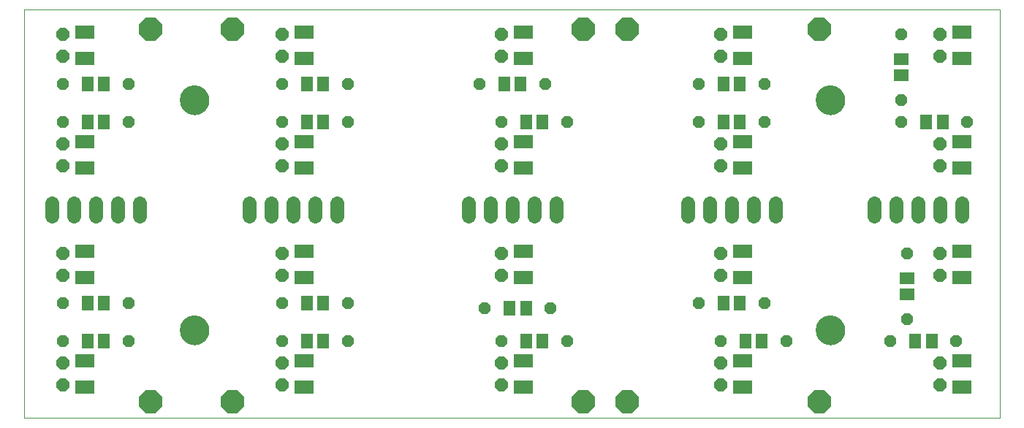
<source format=gbs>
G75*
%MOIN*%
%OFA0B0*%
%FSLAX25Y25*%
%IPPOS*%
%LPD*%
%AMOC8*
5,1,8,0,0,1.08239X$1,22.5*
%
%ADD10C,0.00000*%
%ADD11R,0.05518X0.06699*%
%ADD12C,0.13400*%
%ADD13OC8,0.05943*%
%ADD14OC8,0.05600*%
%ADD15R,0.06699X0.05518*%
%ADD16R,0.09061X0.06306*%
%ADD17C,0.06400*%
%ADD18OC8,0.10400*%
D10*
X0001800Y0001800D02*
X0001800Y0188001D01*
X0446721Y0188001D01*
X0446721Y0001800D01*
X0001800Y0001800D01*
X0072800Y0041800D02*
X0072802Y0041961D01*
X0072808Y0042121D01*
X0072818Y0042282D01*
X0072832Y0042442D01*
X0072850Y0042602D01*
X0072871Y0042761D01*
X0072897Y0042920D01*
X0072927Y0043078D01*
X0072960Y0043235D01*
X0072998Y0043392D01*
X0073039Y0043547D01*
X0073084Y0043701D01*
X0073133Y0043854D01*
X0073186Y0044006D01*
X0073242Y0044157D01*
X0073303Y0044306D01*
X0073366Y0044454D01*
X0073434Y0044600D01*
X0073505Y0044744D01*
X0073579Y0044886D01*
X0073657Y0045027D01*
X0073739Y0045165D01*
X0073824Y0045302D01*
X0073912Y0045436D01*
X0074004Y0045568D01*
X0074099Y0045698D01*
X0074197Y0045826D01*
X0074298Y0045951D01*
X0074402Y0046073D01*
X0074509Y0046193D01*
X0074619Y0046310D01*
X0074732Y0046425D01*
X0074848Y0046536D01*
X0074967Y0046645D01*
X0075088Y0046750D01*
X0075212Y0046853D01*
X0075338Y0046953D01*
X0075466Y0047049D01*
X0075597Y0047142D01*
X0075731Y0047232D01*
X0075866Y0047319D01*
X0076004Y0047402D01*
X0076143Y0047482D01*
X0076285Y0047558D01*
X0076428Y0047631D01*
X0076573Y0047700D01*
X0076720Y0047766D01*
X0076868Y0047828D01*
X0077018Y0047886D01*
X0077169Y0047941D01*
X0077322Y0047992D01*
X0077476Y0048039D01*
X0077631Y0048082D01*
X0077787Y0048121D01*
X0077943Y0048157D01*
X0078101Y0048188D01*
X0078259Y0048216D01*
X0078418Y0048240D01*
X0078578Y0048260D01*
X0078738Y0048276D01*
X0078898Y0048288D01*
X0079059Y0048296D01*
X0079220Y0048300D01*
X0079380Y0048300D01*
X0079541Y0048296D01*
X0079702Y0048288D01*
X0079862Y0048276D01*
X0080022Y0048260D01*
X0080182Y0048240D01*
X0080341Y0048216D01*
X0080499Y0048188D01*
X0080657Y0048157D01*
X0080813Y0048121D01*
X0080969Y0048082D01*
X0081124Y0048039D01*
X0081278Y0047992D01*
X0081431Y0047941D01*
X0081582Y0047886D01*
X0081732Y0047828D01*
X0081880Y0047766D01*
X0082027Y0047700D01*
X0082172Y0047631D01*
X0082315Y0047558D01*
X0082457Y0047482D01*
X0082596Y0047402D01*
X0082734Y0047319D01*
X0082869Y0047232D01*
X0083003Y0047142D01*
X0083134Y0047049D01*
X0083262Y0046953D01*
X0083388Y0046853D01*
X0083512Y0046750D01*
X0083633Y0046645D01*
X0083752Y0046536D01*
X0083868Y0046425D01*
X0083981Y0046310D01*
X0084091Y0046193D01*
X0084198Y0046073D01*
X0084302Y0045951D01*
X0084403Y0045826D01*
X0084501Y0045698D01*
X0084596Y0045568D01*
X0084688Y0045436D01*
X0084776Y0045302D01*
X0084861Y0045165D01*
X0084943Y0045027D01*
X0085021Y0044886D01*
X0085095Y0044744D01*
X0085166Y0044600D01*
X0085234Y0044454D01*
X0085297Y0044306D01*
X0085358Y0044157D01*
X0085414Y0044006D01*
X0085467Y0043854D01*
X0085516Y0043701D01*
X0085561Y0043547D01*
X0085602Y0043392D01*
X0085640Y0043235D01*
X0085673Y0043078D01*
X0085703Y0042920D01*
X0085729Y0042761D01*
X0085750Y0042602D01*
X0085768Y0042442D01*
X0085782Y0042282D01*
X0085792Y0042121D01*
X0085798Y0041961D01*
X0085800Y0041800D01*
X0085798Y0041639D01*
X0085792Y0041479D01*
X0085782Y0041318D01*
X0085768Y0041158D01*
X0085750Y0040998D01*
X0085729Y0040839D01*
X0085703Y0040680D01*
X0085673Y0040522D01*
X0085640Y0040365D01*
X0085602Y0040208D01*
X0085561Y0040053D01*
X0085516Y0039899D01*
X0085467Y0039746D01*
X0085414Y0039594D01*
X0085358Y0039443D01*
X0085297Y0039294D01*
X0085234Y0039146D01*
X0085166Y0039000D01*
X0085095Y0038856D01*
X0085021Y0038714D01*
X0084943Y0038573D01*
X0084861Y0038435D01*
X0084776Y0038298D01*
X0084688Y0038164D01*
X0084596Y0038032D01*
X0084501Y0037902D01*
X0084403Y0037774D01*
X0084302Y0037649D01*
X0084198Y0037527D01*
X0084091Y0037407D01*
X0083981Y0037290D01*
X0083868Y0037175D01*
X0083752Y0037064D01*
X0083633Y0036955D01*
X0083512Y0036850D01*
X0083388Y0036747D01*
X0083262Y0036647D01*
X0083134Y0036551D01*
X0083003Y0036458D01*
X0082869Y0036368D01*
X0082734Y0036281D01*
X0082596Y0036198D01*
X0082457Y0036118D01*
X0082315Y0036042D01*
X0082172Y0035969D01*
X0082027Y0035900D01*
X0081880Y0035834D01*
X0081732Y0035772D01*
X0081582Y0035714D01*
X0081431Y0035659D01*
X0081278Y0035608D01*
X0081124Y0035561D01*
X0080969Y0035518D01*
X0080813Y0035479D01*
X0080657Y0035443D01*
X0080499Y0035412D01*
X0080341Y0035384D01*
X0080182Y0035360D01*
X0080022Y0035340D01*
X0079862Y0035324D01*
X0079702Y0035312D01*
X0079541Y0035304D01*
X0079380Y0035300D01*
X0079220Y0035300D01*
X0079059Y0035304D01*
X0078898Y0035312D01*
X0078738Y0035324D01*
X0078578Y0035340D01*
X0078418Y0035360D01*
X0078259Y0035384D01*
X0078101Y0035412D01*
X0077943Y0035443D01*
X0077787Y0035479D01*
X0077631Y0035518D01*
X0077476Y0035561D01*
X0077322Y0035608D01*
X0077169Y0035659D01*
X0077018Y0035714D01*
X0076868Y0035772D01*
X0076720Y0035834D01*
X0076573Y0035900D01*
X0076428Y0035969D01*
X0076285Y0036042D01*
X0076143Y0036118D01*
X0076004Y0036198D01*
X0075866Y0036281D01*
X0075731Y0036368D01*
X0075597Y0036458D01*
X0075466Y0036551D01*
X0075338Y0036647D01*
X0075212Y0036747D01*
X0075088Y0036850D01*
X0074967Y0036955D01*
X0074848Y0037064D01*
X0074732Y0037175D01*
X0074619Y0037290D01*
X0074509Y0037407D01*
X0074402Y0037527D01*
X0074298Y0037649D01*
X0074197Y0037774D01*
X0074099Y0037902D01*
X0074004Y0038032D01*
X0073912Y0038164D01*
X0073824Y0038298D01*
X0073739Y0038435D01*
X0073657Y0038573D01*
X0073579Y0038714D01*
X0073505Y0038856D01*
X0073434Y0039000D01*
X0073366Y0039146D01*
X0073303Y0039294D01*
X0073242Y0039443D01*
X0073186Y0039594D01*
X0073133Y0039746D01*
X0073084Y0039899D01*
X0073039Y0040053D01*
X0072998Y0040208D01*
X0072960Y0040365D01*
X0072927Y0040522D01*
X0072897Y0040680D01*
X0072871Y0040839D01*
X0072850Y0040998D01*
X0072832Y0041158D01*
X0072818Y0041318D01*
X0072808Y0041479D01*
X0072802Y0041639D01*
X0072800Y0041800D01*
X0072800Y0146800D02*
X0072802Y0146961D01*
X0072808Y0147121D01*
X0072818Y0147282D01*
X0072832Y0147442D01*
X0072850Y0147602D01*
X0072871Y0147761D01*
X0072897Y0147920D01*
X0072927Y0148078D01*
X0072960Y0148235D01*
X0072998Y0148392D01*
X0073039Y0148547D01*
X0073084Y0148701D01*
X0073133Y0148854D01*
X0073186Y0149006D01*
X0073242Y0149157D01*
X0073303Y0149306D01*
X0073366Y0149454D01*
X0073434Y0149600D01*
X0073505Y0149744D01*
X0073579Y0149886D01*
X0073657Y0150027D01*
X0073739Y0150165D01*
X0073824Y0150302D01*
X0073912Y0150436D01*
X0074004Y0150568D01*
X0074099Y0150698D01*
X0074197Y0150826D01*
X0074298Y0150951D01*
X0074402Y0151073D01*
X0074509Y0151193D01*
X0074619Y0151310D01*
X0074732Y0151425D01*
X0074848Y0151536D01*
X0074967Y0151645D01*
X0075088Y0151750D01*
X0075212Y0151853D01*
X0075338Y0151953D01*
X0075466Y0152049D01*
X0075597Y0152142D01*
X0075731Y0152232D01*
X0075866Y0152319D01*
X0076004Y0152402D01*
X0076143Y0152482D01*
X0076285Y0152558D01*
X0076428Y0152631D01*
X0076573Y0152700D01*
X0076720Y0152766D01*
X0076868Y0152828D01*
X0077018Y0152886D01*
X0077169Y0152941D01*
X0077322Y0152992D01*
X0077476Y0153039D01*
X0077631Y0153082D01*
X0077787Y0153121D01*
X0077943Y0153157D01*
X0078101Y0153188D01*
X0078259Y0153216D01*
X0078418Y0153240D01*
X0078578Y0153260D01*
X0078738Y0153276D01*
X0078898Y0153288D01*
X0079059Y0153296D01*
X0079220Y0153300D01*
X0079380Y0153300D01*
X0079541Y0153296D01*
X0079702Y0153288D01*
X0079862Y0153276D01*
X0080022Y0153260D01*
X0080182Y0153240D01*
X0080341Y0153216D01*
X0080499Y0153188D01*
X0080657Y0153157D01*
X0080813Y0153121D01*
X0080969Y0153082D01*
X0081124Y0153039D01*
X0081278Y0152992D01*
X0081431Y0152941D01*
X0081582Y0152886D01*
X0081732Y0152828D01*
X0081880Y0152766D01*
X0082027Y0152700D01*
X0082172Y0152631D01*
X0082315Y0152558D01*
X0082457Y0152482D01*
X0082596Y0152402D01*
X0082734Y0152319D01*
X0082869Y0152232D01*
X0083003Y0152142D01*
X0083134Y0152049D01*
X0083262Y0151953D01*
X0083388Y0151853D01*
X0083512Y0151750D01*
X0083633Y0151645D01*
X0083752Y0151536D01*
X0083868Y0151425D01*
X0083981Y0151310D01*
X0084091Y0151193D01*
X0084198Y0151073D01*
X0084302Y0150951D01*
X0084403Y0150826D01*
X0084501Y0150698D01*
X0084596Y0150568D01*
X0084688Y0150436D01*
X0084776Y0150302D01*
X0084861Y0150165D01*
X0084943Y0150027D01*
X0085021Y0149886D01*
X0085095Y0149744D01*
X0085166Y0149600D01*
X0085234Y0149454D01*
X0085297Y0149306D01*
X0085358Y0149157D01*
X0085414Y0149006D01*
X0085467Y0148854D01*
X0085516Y0148701D01*
X0085561Y0148547D01*
X0085602Y0148392D01*
X0085640Y0148235D01*
X0085673Y0148078D01*
X0085703Y0147920D01*
X0085729Y0147761D01*
X0085750Y0147602D01*
X0085768Y0147442D01*
X0085782Y0147282D01*
X0085792Y0147121D01*
X0085798Y0146961D01*
X0085800Y0146800D01*
X0085798Y0146639D01*
X0085792Y0146479D01*
X0085782Y0146318D01*
X0085768Y0146158D01*
X0085750Y0145998D01*
X0085729Y0145839D01*
X0085703Y0145680D01*
X0085673Y0145522D01*
X0085640Y0145365D01*
X0085602Y0145208D01*
X0085561Y0145053D01*
X0085516Y0144899D01*
X0085467Y0144746D01*
X0085414Y0144594D01*
X0085358Y0144443D01*
X0085297Y0144294D01*
X0085234Y0144146D01*
X0085166Y0144000D01*
X0085095Y0143856D01*
X0085021Y0143714D01*
X0084943Y0143573D01*
X0084861Y0143435D01*
X0084776Y0143298D01*
X0084688Y0143164D01*
X0084596Y0143032D01*
X0084501Y0142902D01*
X0084403Y0142774D01*
X0084302Y0142649D01*
X0084198Y0142527D01*
X0084091Y0142407D01*
X0083981Y0142290D01*
X0083868Y0142175D01*
X0083752Y0142064D01*
X0083633Y0141955D01*
X0083512Y0141850D01*
X0083388Y0141747D01*
X0083262Y0141647D01*
X0083134Y0141551D01*
X0083003Y0141458D01*
X0082869Y0141368D01*
X0082734Y0141281D01*
X0082596Y0141198D01*
X0082457Y0141118D01*
X0082315Y0141042D01*
X0082172Y0140969D01*
X0082027Y0140900D01*
X0081880Y0140834D01*
X0081732Y0140772D01*
X0081582Y0140714D01*
X0081431Y0140659D01*
X0081278Y0140608D01*
X0081124Y0140561D01*
X0080969Y0140518D01*
X0080813Y0140479D01*
X0080657Y0140443D01*
X0080499Y0140412D01*
X0080341Y0140384D01*
X0080182Y0140360D01*
X0080022Y0140340D01*
X0079862Y0140324D01*
X0079702Y0140312D01*
X0079541Y0140304D01*
X0079380Y0140300D01*
X0079220Y0140300D01*
X0079059Y0140304D01*
X0078898Y0140312D01*
X0078738Y0140324D01*
X0078578Y0140340D01*
X0078418Y0140360D01*
X0078259Y0140384D01*
X0078101Y0140412D01*
X0077943Y0140443D01*
X0077787Y0140479D01*
X0077631Y0140518D01*
X0077476Y0140561D01*
X0077322Y0140608D01*
X0077169Y0140659D01*
X0077018Y0140714D01*
X0076868Y0140772D01*
X0076720Y0140834D01*
X0076573Y0140900D01*
X0076428Y0140969D01*
X0076285Y0141042D01*
X0076143Y0141118D01*
X0076004Y0141198D01*
X0075866Y0141281D01*
X0075731Y0141368D01*
X0075597Y0141458D01*
X0075466Y0141551D01*
X0075338Y0141647D01*
X0075212Y0141747D01*
X0075088Y0141850D01*
X0074967Y0141955D01*
X0074848Y0142064D01*
X0074732Y0142175D01*
X0074619Y0142290D01*
X0074509Y0142407D01*
X0074402Y0142527D01*
X0074298Y0142649D01*
X0074197Y0142774D01*
X0074099Y0142902D01*
X0074004Y0143032D01*
X0073912Y0143164D01*
X0073824Y0143298D01*
X0073739Y0143435D01*
X0073657Y0143573D01*
X0073579Y0143714D01*
X0073505Y0143856D01*
X0073434Y0144000D01*
X0073366Y0144146D01*
X0073303Y0144294D01*
X0073242Y0144443D01*
X0073186Y0144594D01*
X0073133Y0144746D01*
X0073084Y0144899D01*
X0073039Y0145053D01*
X0072998Y0145208D01*
X0072960Y0145365D01*
X0072927Y0145522D01*
X0072897Y0145680D01*
X0072871Y0145839D01*
X0072850Y0145998D01*
X0072832Y0146158D01*
X0072818Y0146318D01*
X0072808Y0146479D01*
X0072802Y0146639D01*
X0072800Y0146800D01*
X0362800Y0146800D02*
X0362802Y0146961D01*
X0362808Y0147121D01*
X0362818Y0147282D01*
X0362832Y0147442D01*
X0362850Y0147602D01*
X0362871Y0147761D01*
X0362897Y0147920D01*
X0362927Y0148078D01*
X0362960Y0148235D01*
X0362998Y0148392D01*
X0363039Y0148547D01*
X0363084Y0148701D01*
X0363133Y0148854D01*
X0363186Y0149006D01*
X0363242Y0149157D01*
X0363303Y0149306D01*
X0363366Y0149454D01*
X0363434Y0149600D01*
X0363505Y0149744D01*
X0363579Y0149886D01*
X0363657Y0150027D01*
X0363739Y0150165D01*
X0363824Y0150302D01*
X0363912Y0150436D01*
X0364004Y0150568D01*
X0364099Y0150698D01*
X0364197Y0150826D01*
X0364298Y0150951D01*
X0364402Y0151073D01*
X0364509Y0151193D01*
X0364619Y0151310D01*
X0364732Y0151425D01*
X0364848Y0151536D01*
X0364967Y0151645D01*
X0365088Y0151750D01*
X0365212Y0151853D01*
X0365338Y0151953D01*
X0365466Y0152049D01*
X0365597Y0152142D01*
X0365731Y0152232D01*
X0365866Y0152319D01*
X0366004Y0152402D01*
X0366143Y0152482D01*
X0366285Y0152558D01*
X0366428Y0152631D01*
X0366573Y0152700D01*
X0366720Y0152766D01*
X0366868Y0152828D01*
X0367018Y0152886D01*
X0367169Y0152941D01*
X0367322Y0152992D01*
X0367476Y0153039D01*
X0367631Y0153082D01*
X0367787Y0153121D01*
X0367943Y0153157D01*
X0368101Y0153188D01*
X0368259Y0153216D01*
X0368418Y0153240D01*
X0368578Y0153260D01*
X0368738Y0153276D01*
X0368898Y0153288D01*
X0369059Y0153296D01*
X0369220Y0153300D01*
X0369380Y0153300D01*
X0369541Y0153296D01*
X0369702Y0153288D01*
X0369862Y0153276D01*
X0370022Y0153260D01*
X0370182Y0153240D01*
X0370341Y0153216D01*
X0370499Y0153188D01*
X0370657Y0153157D01*
X0370813Y0153121D01*
X0370969Y0153082D01*
X0371124Y0153039D01*
X0371278Y0152992D01*
X0371431Y0152941D01*
X0371582Y0152886D01*
X0371732Y0152828D01*
X0371880Y0152766D01*
X0372027Y0152700D01*
X0372172Y0152631D01*
X0372315Y0152558D01*
X0372457Y0152482D01*
X0372596Y0152402D01*
X0372734Y0152319D01*
X0372869Y0152232D01*
X0373003Y0152142D01*
X0373134Y0152049D01*
X0373262Y0151953D01*
X0373388Y0151853D01*
X0373512Y0151750D01*
X0373633Y0151645D01*
X0373752Y0151536D01*
X0373868Y0151425D01*
X0373981Y0151310D01*
X0374091Y0151193D01*
X0374198Y0151073D01*
X0374302Y0150951D01*
X0374403Y0150826D01*
X0374501Y0150698D01*
X0374596Y0150568D01*
X0374688Y0150436D01*
X0374776Y0150302D01*
X0374861Y0150165D01*
X0374943Y0150027D01*
X0375021Y0149886D01*
X0375095Y0149744D01*
X0375166Y0149600D01*
X0375234Y0149454D01*
X0375297Y0149306D01*
X0375358Y0149157D01*
X0375414Y0149006D01*
X0375467Y0148854D01*
X0375516Y0148701D01*
X0375561Y0148547D01*
X0375602Y0148392D01*
X0375640Y0148235D01*
X0375673Y0148078D01*
X0375703Y0147920D01*
X0375729Y0147761D01*
X0375750Y0147602D01*
X0375768Y0147442D01*
X0375782Y0147282D01*
X0375792Y0147121D01*
X0375798Y0146961D01*
X0375800Y0146800D01*
X0375798Y0146639D01*
X0375792Y0146479D01*
X0375782Y0146318D01*
X0375768Y0146158D01*
X0375750Y0145998D01*
X0375729Y0145839D01*
X0375703Y0145680D01*
X0375673Y0145522D01*
X0375640Y0145365D01*
X0375602Y0145208D01*
X0375561Y0145053D01*
X0375516Y0144899D01*
X0375467Y0144746D01*
X0375414Y0144594D01*
X0375358Y0144443D01*
X0375297Y0144294D01*
X0375234Y0144146D01*
X0375166Y0144000D01*
X0375095Y0143856D01*
X0375021Y0143714D01*
X0374943Y0143573D01*
X0374861Y0143435D01*
X0374776Y0143298D01*
X0374688Y0143164D01*
X0374596Y0143032D01*
X0374501Y0142902D01*
X0374403Y0142774D01*
X0374302Y0142649D01*
X0374198Y0142527D01*
X0374091Y0142407D01*
X0373981Y0142290D01*
X0373868Y0142175D01*
X0373752Y0142064D01*
X0373633Y0141955D01*
X0373512Y0141850D01*
X0373388Y0141747D01*
X0373262Y0141647D01*
X0373134Y0141551D01*
X0373003Y0141458D01*
X0372869Y0141368D01*
X0372734Y0141281D01*
X0372596Y0141198D01*
X0372457Y0141118D01*
X0372315Y0141042D01*
X0372172Y0140969D01*
X0372027Y0140900D01*
X0371880Y0140834D01*
X0371732Y0140772D01*
X0371582Y0140714D01*
X0371431Y0140659D01*
X0371278Y0140608D01*
X0371124Y0140561D01*
X0370969Y0140518D01*
X0370813Y0140479D01*
X0370657Y0140443D01*
X0370499Y0140412D01*
X0370341Y0140384D01*
X0370182Y0140360D01*
X0370022Y0140340D01*
X0369862Y0140324D01*
X0369702Y0140312D01*
X0369541Y0140304D01*
X0369380Y0140300D01*
X0369220Y0140300D01*
X0369059Y0140304D01*
X0368898Y0140312D01*
X0368738Y0140324D01*
X0368578Y0140340D01*
X0368418Y0140360D01*
X0368259Y0140384D01*
X0368101Y0140412D01*
X0367943Y0140443D01*
X0367787Y0140479D01*
X0367631Y0140518D01*
X0367476Y0140561D01*
X0367322Y0140608D01*
X0367169Y0140659D01*
X0367018Y0140714D01*
X0366868Y0140772D01*
X0366720Y0140834D01*
X0366573Y0140900D01*
X0366428Y0140969D01*
X0366285Y0141042D01*
X0366143Y0141118D01*
X0366004Y0141198D01*
X0365866Y0141281D01*
X0365731Y0141368D01*
X0365597Y0141458D01*
X0365466Y0141551D01*
X0365338Y0141647D01*
X0365212Y0141747D01*
X0365088Y0141850D01*
X0364967Y0141955D01*
X0364848Y0142064D01*
X0364732Y0142175D01*
X0364619Y0142290D01*
X0364509Y0142407D01*
X0364402Y0142527D01*
X0364298Y0142649D01*
X0364197Y0142774D01*
X0364099Y0142902D01*
X0364004Y0143032D01*
X0363912Y0143164D01*
X0363824Y0143298D01*
X0363739Y0143435D01*
X0363657Y0143573D01*
X0363579Y0143714D01*
X0363505Y0143856D01*
X0363434Y0144000D01*
X0363366Y0144146D01*
X0363303Y0144294D01*
X0363242Y0144443D01*
X0363186Y0144594D01*
X0363133Y0144746D01*
X0363084Y0144899D01*
X0363039Y0145053D01*
X0362998Y0145208D01*
X0362960Y0145365D01*
X0362927Y0145522D01*
X0362897Y0145680D01*
X0362871Y0145839D01*
X0362850Y0145998D01*
X0362832Y0146158D01*
X0362818Y0146318D01*
X0362808Y0146479D01*
X0362802Y0146639D01*
X0362800Y0146800D01*
X0362800Y0041800D02*
X0362802Y0041961D01*
X0362808Y0042121D01*
X0362818Y0042282D01*
X0362832Y0042442D01*
X0362850Y0042602D01*
X0362871Y0042761D01*
X0362897Y0042920D01*
X0362927Y0043078D01*
X0362960Y0043235D01*
X0362998Y0043392D01*
X0363039Y0043547D01*
X0363084Y0043701D01*
X0363133Y0043854D01*
X0363186Y0044006D01*
X0363242Y0044157D01*
X0363303Y0044306D01*
X0363366Y0044454D01*
X0363434Y0044600D01*
X0363505Y0044744D01*
X0363579Y0044886D01*
X0363657Y0045027D01*
X0363739Y0045165D01*
X0363824Y0045302D01*
X0363912Y0045436D01*
X0364004Y0045568D01*
X0364099Y0045698D01*
X0364197Y0045826D01*
X0364298Y0045951D01*
X0364402Y0046073D01*
X0364509Y0046193D01*
X0364619Y0046310D01*
X0364732Y0046425D01*
X0364848Y0046536D01*
X0364967Y0046645D01*
X0365088Y0046750D01*
X0365212Y0046853D01*
X0365338Y0046953D01*
X0365466Y0047049D01*
X0365597Y0047142D01*
X0365731Y0047232D01*
X0365866Y0047319D01*
X0366004Y0047402D01*
X0366143Y0047482D01*
X0366285Y0047558D01*
X0366428Y0047631D01*
X0366573Y0047700D01*
X0366720Y0047766D01*
X0366868Y0047828D01*
X0367018Y0047886D01*
X0367169Y0047941D01*
X0367322Y0047992D01*
X0367476Y0048039D01*
X0367631Y0048082D01*
X0367787Y0048121D01*
X0367943Y0048157D01*
X0368101Y0048188D01*
X0368259Y0048216D01*
X0368418Y0048240D01*
X0368578Y0048260D01*
X0368738Y0048276D01*
X0368898Y0048288D01*
X0369059Y0048296D01*
X0369220Y0048300D01*
X0369380Y0048300D01*
X0369541Y0048296D01*
X0369702Y0048288D01*
X0369862Y0048276D01*
X0370022Y0048260D01*
X0370182Y0048240D01*
X0370341Y0048216D01*
X0370499Y0048188D01*
X0370657Y0048157D01*
X0370813Y0048121D01*
X0370969Y0048082D01*
X0371124Y0048039D01*
X0371278Y0047992D01*
X0371431Y0047941D01*
X0371582Y0047886D01*
X0371732Y0047828D01*
X0371880Y0047766D01*
X0372027Y0047700D01*
X0372172Y0047631D01*
X0372315Y0047558D01*
X0372457Y0047482D01*
X0372596Y0047402D01*
X0372734Y0047319D01*
X0372869Y0047232D01*
X0373003Y0047142D01*
X0373134Y0047049D01*
X0373262Y0046953D01*
X0373388Y0046853D01*
X0373512Y0046750D01*
X0373633Y0046645D01*
X0373752Y0046536D01*
X0373868Y0046425D01*
X0373981Y0046310D01*
X0374091Y0046193D01*
X0374198Y0046073D01*
X0374302Y0045951D01*
X0374403Y0045826D01*
X0374501Y0045698D01*
X0374596Y0045568D01*
X0374688Y0045436D01*
X0374776Y0045302D01*
X0374861Y0045165D01*
X0374943Y0045027D01*
X0375021Y0044886D01*
X0375095Y0044744D01*
X0375166Y0044600D01*
X0375234Y0044454D01*
X0375297Y0044306D01*
X0375358Y0044157D01*
X0375414Y0044006D01*
X0375467Y0043854D01*
X0375516Y0043701D01*
X0375561Y0043547D01*
X0375602Y0043392D01*
X0375640Y0043235D01*
X0375673Y0043078D01*
X0375703Y0042920D01*
X0375729Y0042761D01*
X0375750Y0042602D01*
X0375768Y0042442D01*
X0375782Y0042282D01*
X0375792Y0042121D01*
X0375798Y0041961D01*
X0375800Y0041800D01*
X0375798Y0041639D01*
X0375792Y0041479D01*
X0375782Y0041318D01*
X0375768Y0041158D01*
X0375750Y0040998D01*
X0375729Y0040839D01*
X0375703Y0040680D01*
X0375673Y0040522D01*
X0375640Y0040365D01*
X0375602Y0040208D01*
X0375561Y0040053D01*
X0375516Y0039899D01*
X0375467Y0039746D01*
X0375414Y0039594D01*
X0375358Y0039443D01*
X0375297Y0039294D01*
X0375234Y0039146D01*
X0375166Y0039000D01*
X0375095Y0038856D01*
X0375021Y0038714D01*
X0374943Y0038573D01*
X0374861Y0038435D01*
X0374776Y0038298D01*
X0374688Y0038164D01*
X0374596Y0038032D01*
X0374501Y0037902D01*
X0374403Y0037774D01*
X0374302Y0037649D01*
X0374198Y0037527D01*
X0374091Y0037407D01*
X0373981Y0037290D01*
X0373868Y0037175D01*
X0373752Y0037064D01*
X0373633Y0036955D01*
X0373512Y0036850D01*
X0373388Y0036747D01*
X0373262Y0036647D01*
X0373134Y0036551D01*
X0373003Y0036458D01*
X0372869Y0036368D01*
X0372734Y0036281D01*
X0372596Y0036198D01*
X0372457Y0036118D01*
X0372315Y0036042D01*
X0372172Y0035969D01*
X0372027Y0035900D01*
X0371880Y0035834D01*
X0371732Y0035772D01*
X0371582Y0035714D01*
X0371431Y0035659D01*
X0371278Y0035608D01*
X0371124Y0035561D01*
X0370969Y0035518D01*
X0370813Y0035479D01*
X0370657Y0035443D01*
X0370499Y0035412D01*
X0370341Y0035384D01*
X0370182Y0035360D01*
X0370022Y0035340D01*
X0369862Y0035324D01*
X0369702Y0035312D01*
X0369541Y0035304D01*
X0369380Y0035300D01*
X0369220Y0035300D01*
X0369059Y0035304D01*
X0368898Y0035312D01*
X0368738Y0035324D01*
X0368578Y0035340D01*
X0368418Y0035360D01*
X0368259Y0035384D01*
X0368101Y0035412D01*
X0367943Y0035443D01*
X0367787Y0035479D01*
X0367631Y0035518D01*
X0367476Y0035561D01*
X0367322Y0035608D01*
X0367169Y0035659D01*
X0367018Y0035714D01*
X0366868Y0035772D01*
X0366720Y0035834D01*
X0366573Y0035900D01*
X0366428Y0035969D01*
X0366285Y0036042D01*
X0366143Y0036118D01*
X0366004Y0036198D01*
X0365866Y0036281D01*
X0365731Y0036368D01*
X0365597Y0036458D01*
X0365466Y0036551D01*
X0365338Y0036647D01*
X0365212Y0036747D01*
X0365088Y0036850D01*
X0364967Y0036955D01*
X0364848Y0037064D01*
X0364732Y0037175D01*
X0364619Y0037290D01*
X0364509Y0037407D01*
X0364402Y0037527D01*
X0364298Y0037649D01*
X0364197Y0037774D01*
X0364099Y0037902D01*
X0364004Y0038032D01*
X0363912Y0038164D01*
X0363824Y0038298D01*
X0363739Y0038435D01*
X0363657Y0038573D01*
X0363579Y0038714D01*
X0363505Y0038856D01*
X0363434Y0039000D01*
X0363366Y0039146D01*
X0363303Y0039294D01*
X0363242Y0039443D01*
X0363186Y0039594D01*
X0363133Y0039746D01*
X0363084Y0039899D01*
X0363039Y0040053D01*
X0362998Y0040208D01*
X0362960Y0040365D01*
X0362927Y0040522D01*
X0362897Y0040680D01*
X0362871Y0040839D01*
X0362850Y0040998D01*
X0362832Y0041158D01*
X0362818Y0041318D01*
X0362808Y0041479D01*
X0362802Y0041639D01*
X0362800Y0041800D01*
D11*
X0338040Y0036800D03*
X0330560Y0036800D03*
X0328040Y0054300D03*
X0320560Y0054300D03*
X0238040Y0036800D03*
X0230560Y0036800D03*
X0230540Y0051800D03*
X0223060Y0051800D03*
X0138040Y0054300D03*
X0130560Y0054300D03*
X0130560Y0036800D03*
X0138040Y0036800D03*
X0038040Y0036800D03*
X0030560Y0036800D03*
X0030560Y0054300D03*
X0038040Y0054300D03*
X0038040Y0136800D03*
X0030560Y0136800D03*
X0030560Y0154300D03*
X0038040Y0154300D03*
X0130560Y0154300D03*
X0138040Y0154300D03*
X0138040Y0136800D03*
X0130560Y0136800D03*
X0220560Y0154300D03*
X0228040Y0154300D03*
X0230560Y0136800D03*
X0238040Y0136800D03*
X0320560Y0136800D03*
X0328040Y0136800D03*
X0328040Y0154300D03*
X0320560Y0154300D03*
X0413060Y0136800D03*
X0420540Y0136800D03*
X0415540Y0036800D03*
X0408060Y0036800D03*
D12*
X0369300Y0041800D03*
X0369300Y0146800D03*
X0079300Y0146800D03*
X0079300Y0041800D03*
D13*
X0119300Y0026800D03*
X0119300Y0016800D03*
X0019300Y0016800D03*
X0019300Y0026800D03*
X0019300Y0066800D03*
X0019300Y0076800D03*
X0019300Y0116800D03*
X0019300Y0126800D03*
X0019300Y0166800D03*
X0019300Y0176800D03*
X0119300Y0176800D03*
X0119300Y0166800D03*
X0119300Y0126800D03*
X0119300Y0116800D03*
X0119300Y0076800D03*
X0119300Y0066800D03*
X0219300Y0066800D03*
X0219300Y0076800D03*
X0219300Y0116800D03*
X0219300Y0126800D03*
X0219300Y0166800D03*
X0219300Y0176800D03*
X0319300Y0176800D03*
X0319300Y0166800D03*
X0319300Y0126800D03*
X0319300Y0116800D03*
X0319300Y0076800D03*
X0319300Y0066800D03*
X0319300Y0026800D03*
X0319300Y0016800D03*
X0419300Y0016800D03*
X0419300Y0026800D03*
X0419300Y0066800D03*
X0419300Y0076800D03*
X0419300Y0116800D03*
X0419300Y0126800D03*
X0419300Y0166800D03*
X0419300Y0176800D03*
X0219300Y0026800D03*
X0219300Y0016800D03*
D14*
X0219300Y0036800D03*
X0249300Y0036800D03*
X0241800Y0051800D03*
X0211800Y0051800D03*
X0149300Y0054300D03*
X0119300Y0054300D03*
X0119300Y0036800D03*
X0149300Y0036800D03*
X0049300Y0036800D03*
X0019300Y0036800D03*
X0019300Y0054300D03*
X0049300Y0054300D03*
X0049300Y0136800D03*
X0019300Y0136800D03*
X0019300Y0154300D03*
X0049300Y0154300D03*
X0119300Y0154300D03*
X0149300Y0154300D03*
X0149300Y0136800D03*
X0119300Y0136800D03*
X0209300Y0154300D03*
X0239300Y0154300D03*
X0249300Y0136800D03*
X0219300Y0136800D03*
X0309300Y0136800D03*
X0339300Y0136800D03*
X0339300Y0154300D03*
X0309300Y0154300D03*
X0401800Y0146800D03*
X0401800Y0136800D03*
X0431800Y0136800D03*
X0401800Y0176800D03*
X0404300Y0076800D03*
X0339300Y0054300D03*
X0309300Y0054300D03*
X0319300Y0036800D03*
X0349300Y0036800D03*
X0396800Y0036800D03*
X0404300Y0046800D03*
X0426800Y0036800D03*
D15*
X0404300Y0058060D03*
X0404300Y0065540D03*
X0401800Y0158060D03*
X0401800Y0165540D03*
D16*
X0429300Y0165698D03*
X0429300Y0177902D03*
X0329300Y0177902D03*
X0329300Y0165698D03*
X0329300Y0127902D03*
X0329300Y0115698D03*
X0329300Y0077902D03*
X0329300Y0065698D03*
X0329300Y0027902D03*
X0329300Y0015698D03*
X0229300Y0015698D03*
X0229300Y0027902D03*
X0229300Y0065698D03*
X0229300Y0077902D03*
X0229300Y0115698D03*
X0229300Y0127902D03*
X0229300Y0165698D03*
X0229300Y0177902D03*
X0129300Y0177902D03*
X0129300Y0165698D03*
X0129300Y0127902D03*
X0129300Y0115698D03*
X0129300Y0077902D03*
X0129300Y0065698D03*
X0129300Y0027902D03*
X0129300Y0015698D03*
X0029300Y0015698D03*
X0029300Y0027902D03*
X0029300Y0065698D03*
X0029300Y0077902D03*
X0029300Y0115698D03*
X0029300Y0127902D03*
X0029300Y0165698D03*
X0029300Y0177902D03*
X0429300Y0127902D03*
X0429300Y0115698D03*
X0429300Y0077902D03*
X0429300Y0065698D03*
X0429300Y0027902D03*
X0429300Y0015698D03*
D17*
X0429300Y0093800D02*
X0429300Y0099800D01*
X0419300Y0099800D02*
X0419300Y0093800D01*
X0409300Y0093800D02*
X0409300Y0099800D01*
X0399300Y0099800D02*
X0399300Y0093800D01*
X0389300Y0093800D02*
X0389300Y0099800D01*
X0344300Y0099800D02*
X0344300Y0093800D01*
X0334300Y0093800D02*
X0334300Y0099800D01*
X0324300Y0099800D02*
X0324300Y0093800D01*
X0314300Y0093800D02*
X0314300Y0099800D01*
X0304300Y0099800D02*
X0304300Y0093800D01*
X0244300Y0093800D02*
X0244300Y0099800D01*
X0234300Y0099800D02*
X0234300Y0093800D01*
X0224300Y0093800D02*
X0224300Y0099800D01*
X0214300Y0099800D02*
X0214300Y0093800D01*
X0204300Y0093800D02*
X0204300Y0099800D01*
X0144300Y0099800D02*
X0144300Y0093800D01*
X0134300Y0093800D02*
X0134300Y0099800D01*
X0124300Y0099800D02*
X0124300Y0093800D01*
X0114300Y0093800D02*
X0114300Y0099800D01*
X0104300Y0099800D02*
X0104300Y0093800D01*
X0054300Y0093800D02*
X0054300Y0099800D01*
X0044300Y0099800D02*
X0044300Y0093800D01*
X0034300Y0093800D02*
X0034300Y0099800D01*
X0024300Y0099800D02*
X0024300Y0093800D01*
X0014300Y0093800D02*
X0014300Y0099800D01*
D18*
X0059300Y0179300D03*
X0096800Y0179300D03*
X0256800Y0179300D03*
X0276800Y0179300D03*
X0364300Y0179300D03*
X0364300Y0009300D03*
X0276800Y0009300D03*
X0256800Y0009300D03*
X0096800Y0009300D03*
X0059300Y0009300D03*
M02*

</source>
